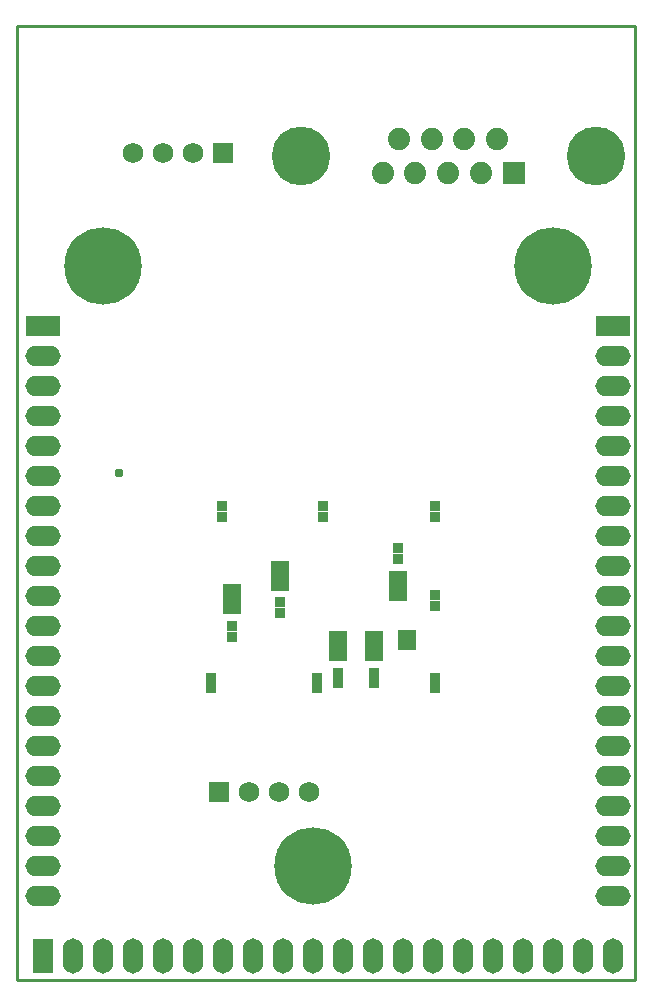
<source format=gbs>
G04 Layer_Color=16711935*
%FSLAX25Y25*%
%MOIN*%
G70*
G01*
G75*
%ADD30C,0.01000*%
%ADD66R,0.06299X0.07087*%
%ADD76R,0.03320X0.03320*%
%ADD78R,0.05800X0.03300*%
%ADD83R,0.06902X0.06902*%
%ADD84C,0.06902*%
%ADD85C,0.19540*%
%ADD86C,0.07453*%
%ADD87R,0.07453X0.07453*%
%ADD88C,0.25800*%
%ADD89O,0.11800X0.06800*%
%ADD90R,0.11800X0.06800*%
%ADD91O,0.06800X0.11800*%
%ADD92R,0.06800X0.11800*%
%ADD93C,0.03100*%
%ADD94R,0.06299X0.10236*%
D30*
X278000Y98000D02*
X484000D01*
Y416000D01*
X278000D02*
X484000D01*
X278000Y98000D02*
Y416000D01*
D66*
X408032Y211157D02*
D03*
D76*
X365531Y223847D02*
D03*
Y220224D02*
D03*
X349532Y215846D02*
D03*
Y212224D02*
D03*
X397031Y200346D02*
D03*
Y196724D02*
D03*
X385032Y200346D02*
D03*
Y196724D02*
D03*
X405031Y238224D02*
D03*
Y241846D02*
D03*
X346457Y252126D02*
D03*
Y255748D02*
D03*
X417323Y222598D02*
D03*
Y226220D02*
D03*
X377953Y198661D02*
D03*
Y195039D02*
D03*
X379921Y252126D02*
D03*
Y255748D02*
D03*
X417323Y252126D02*
D03*
Y255748D02*
D03*
Y195039D02*
D03*
Y198661D02*
D03*
X342520Y198661D02*
D03*
Y195039D02*
D03*
D78*
X385032Y206035D02*
D03*
Y209280D02*
D03*
Y212523D02*
D03*
X349532Y221535D02*
D03*
Y224780D02*
D03*
Y228023D02*
D03*
X397031Y206035D02*
D03*
Y209280D02*
D03*
Y212523D02*
D03*
X365531Y229291D02*
D03*
Y232535D02*
D03*
Y235779D02*
D03*
X405031Y232523D02*
D03*
Y229279D02*
D03*
Y226035D02*
D03*
X408032Y209535D02*
D03*
Y212779D02*
D03*
D83*
X346772Y373622D02*
D03*
X345158Y160433D02*
D03*
D84*
X336772Y373622D02*
D03*
X326772D02*
D03*
X316772D02*
D03*
X375157Y160433D02*
D03*
X365158D02*
D03*
X355157D02*
D03*
D85*
X372496Y372590D02*
D03*
X470882D02*
D03*
D86*
X399878Y367000D02*
D03*
X416236Y378181D02*
D03*
X421689Y367000D02*
D03*
X438047Y378181D02*
D03*
X410783Y367000D02*
D03*
X427142Y378181D02*
D03*
X432594Y367000D02*
D03*
X405331Y378181D02*
D03*
D87*
X443500Y367000D02*
D03*
D88*
X456500Y336000D02*
D03*
X306500D02*
D03*
X376500Y136000D02*
D03*
D89*
X476500Y126000D02*
D03*
Y136000D02*
D03*
Y146000D02*
D03*
Y156000D02*
D03*
Y166000D02*
D03*
Y176000D02*
D03*
Y186000D02*
D03*
Y196000D02*
D03*
Y206000D02*
D03*
Y216000D02*
D03*
Y226000D02*
D03*
Y236000D02*
D03*
Y246000D02*
D03*
Y256000D02*
D03*
Y266000D02*
D03*
Y276000D02*
D03*
Y286000D02*
D03*
Y296000D02*
D03*
Y306000D02*
D03*
X286500Y126000D02*
D03*
Y136000D02*
D03*
Y146000D02*
D03*
Y156000D02*
D03*
Y166000D02*
D03*
Y176000D02*
D03*
Y186000D02*
D03*
Y196000D02*
D03*
Y206000D02*
D03*
Y216000D02*
D03*
Y226000D02*
D03*
Y236000D02*
D03*
Y246000D02*
D03*
Y256000D02*
D03*
Y266000D02*
D03*
Y276000D02*
D03*
Y286000D02*
D03*
Y296000D02*
D03*
Y306000D02*
D03*
D90*
X476500Y316000D02*
D03*
X286500D02*
D03*
D91*
X476500Y106000D02*
D03*
X466500D02*
D03*
X456500D02*
D03*
X446500D02*
D03*
X436500D02*
D03*
X426500D02*
D03*
X416500D02*
D03*
X406500D02*
D03*
X396500D02*
D03*
X386500D02*
D03*
X376500D02*
D03*
X366500D02*
D03*
X356500D02*
D03*
X346500D02*
D03*
X336500D02*
D03*
X326500D02*
D03*
X316500D02*
D03*
X306500D02*
D03*
X296500D02*
D03*
D92*
X286500D02*
D03*
D93*
X312008Y266732D02*
D03*
D94*
X385032Y209327D02*
D03*
X349532Y224827D02*
D03*
X397031Y209327D02*
D03*
X365531Y232582D02*
D03*
X405032Y229232D02*
D03*
M02*

</source>
